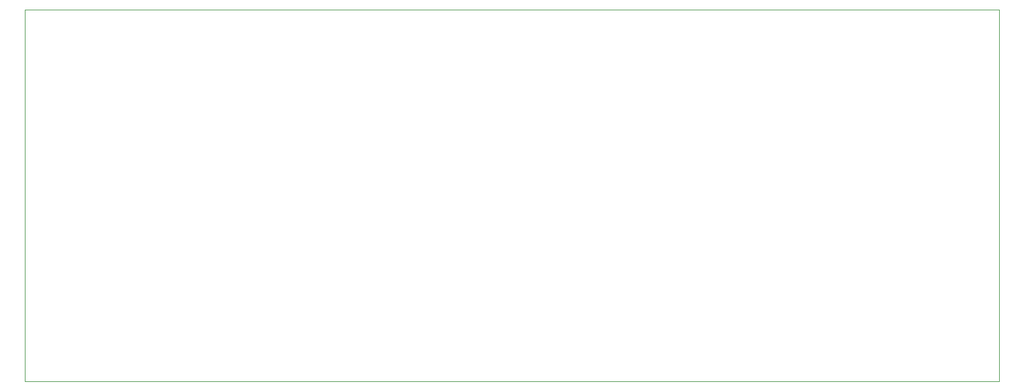
<source format=gm1>
G04 #@! TF.GenerationSoftware,KiCad,Pcbnew,(5.1.0)-1*
G04 #@! TF.CreationDate,2020-03-21T02:07:01+08:00*
G04 #@! TF.ProjectId,driver,64726976-6572-42e6-9b69-6361645f7063,rev?*
G04 #@! TF.SameCoordinates,Original*
G04 #@! TF.FileFunction,Profile,NP*
%FSLAX46Y46*%
G04 Gerber Fmt 4.6, Leading zero omitted, Abs format (unit mm)*
G04 Created by KiCad (PCBNEW (5.1.0)-1) date 2020-03-21 02:07:01*
%MOMM*%
%LPD*%
G04 APERTURE LIST*
%ADD10C,0.100000*%
G04 APERTURE END LIST*
D10*
X85000000Y-107000000D02*
X85000000Y-55000000D01*
X221000000Y-107000000D02*
X85000000Y-107000000D01*
X221000000Y-55000000D02*
X221000000Y-107000000D01*
X85000000Y-55000000D02*
X221000000Y-55000000D01*
M02*

</source>
